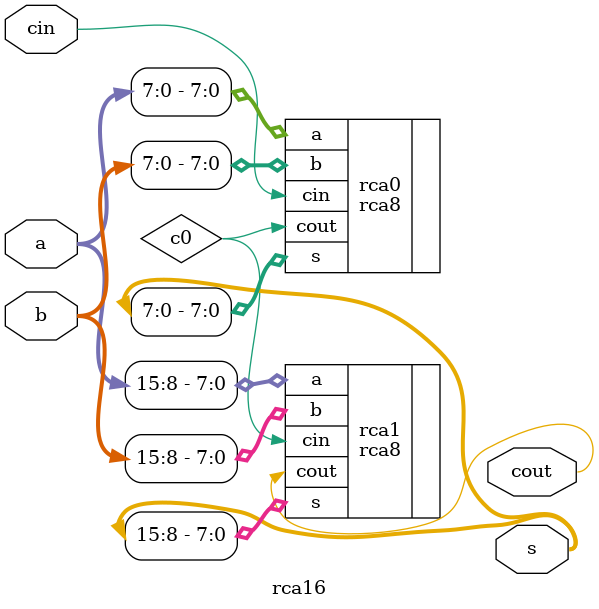
<source format=v>
module rca16(
    input [15:0] a, b, 
    input cin, 
    output [15:0] s,
    output cout);

    wire c0;
    
    rca8 rca0(.a(a[7:0]),    .b(b[7:0]),     .cin(cin),  .s(s[7:0]),     .cout(c0));
    rca8 rca1(.a(a[15:8]),   .b(b[15:8]),    .cin(c0),   .s(s[15:8]),    .cout(cout));

endmodule
</source>
